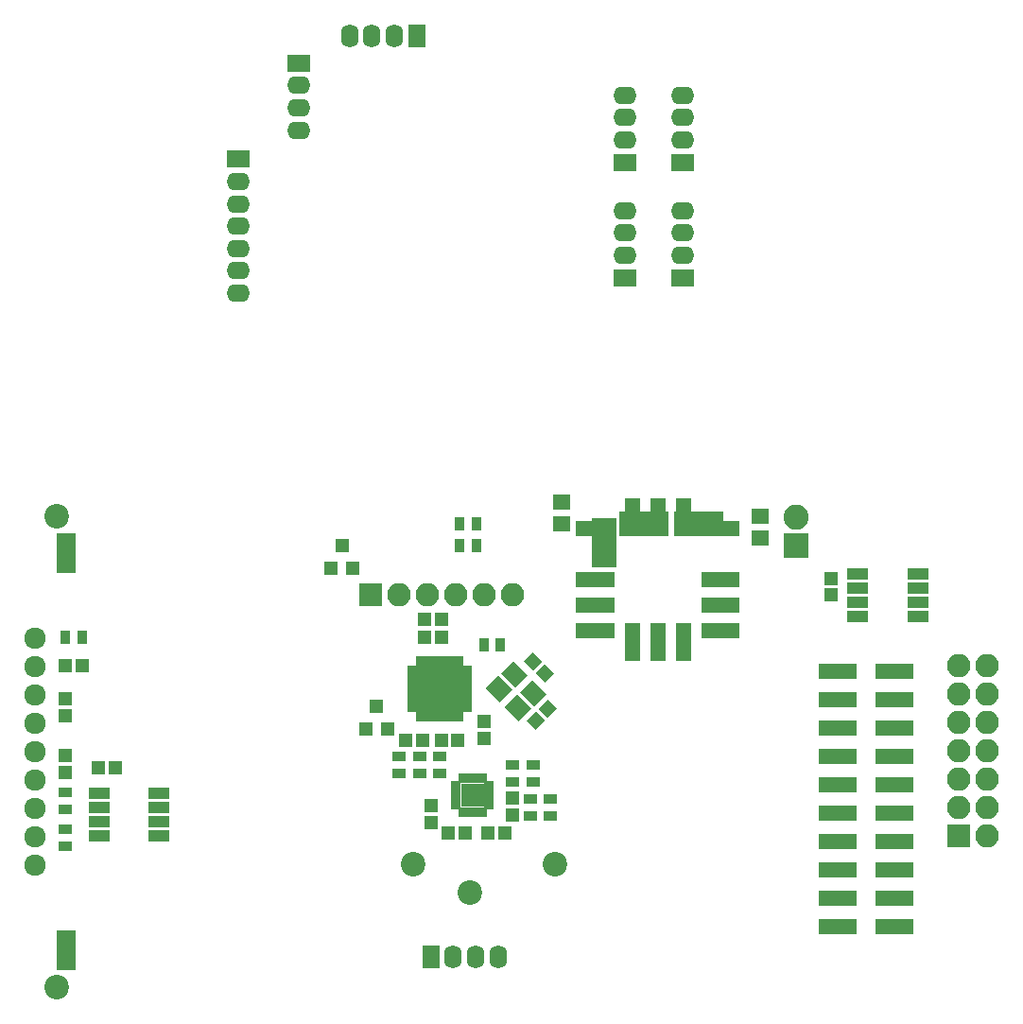
<source format=gbs>
G04 #@! TF.FileFunction,Soldermask,Top*
%FSLAX46Y46*%
G04 Gerber Fmt 4.6, Leading zero omitted, Abs format (unit mm)*
G04 Created by KiCad (PCBNEW 4.0.7) date *
%MOMM*%
%LPD*%
G01*
G04 APERTURE LIST*
%ADD10C,0.100000*%
%ADD11R,2.100000X1.600000*%
%ADD12O,2.100000X1.600000*%
%ADD13R,1.600000X2.100000*%
%ADD14O,1.600000X2.100000*%
%ADD15C,1.924000*%
%ADD16R,1.800000X3.600000*%
%ADD17C,2.200000*%
%ADD18R,1.100000X0.650000*%
%ADD19R,0.650000X1.100000*%
%ADD20R,2.125000X2.125000*%
%ADD21R,3.400000X1.400000*%
%ADD22R,1.200000X1.150000*%
%ADD23R,1.150000X1.200000*%
%ADD24R,1.650000X1.400000*%
%ADD25R,2.250000X2.250000*%
%ADD26C,2.250000*%
%ADD27R,2.100000X2.100000*%
%ADD28O,2.100000X2.100000*%
%ADD29R,1.200000X1.300000*%
%ADD30R,1.300000X0.900000*%
%ADD31R,0.900000X1.300000*%
%ADD32R,4.470000X2.170000*%
%ADD33R,2.170000X4.470000*%
%ADD34R,1.950000X1.000000*%
%ADD35R,0.900000X0.600000*%
%ADD36R,0.950000X0.600000*%
%ADD37R,0.600000X0.900000*%
%ADD38R,0.600000X0.950000*%
%ADD39R,1.275000X1.200000*%
G04 APERTURE END LIST*
D10*
D11*
X83540000Y-91000000D03*
D12*
X83540000Y-93000000D03*
X83540000Y-95000000D03*
X83540000Y-97000000D03*
D13*
X94081000Y-88551000D03*
D14*
X92081000Y-88551000D03*
X90081000Y-88551000D03*
X88081000Y-88551000D03*
D11*
X78079000Y-99601500D03*
D12*
X78079000Y-101601500D03*
X78079000Y-103601500D03*
X78079000Y-105601500D03*
X78079000Y-107601500D03*
X78079000Y-109601500D03*
X78079000Y-111601500D03*
D11*
X112750000Y-110204500D03*
D12*
X112750000Y-108204500D03*
X112750000Y-106204500D03*
X112750000Y-104204500D03*
D11*
X112750000Y-99885500D03*
D12*
X112750000Y-97885500D03*
X112750000Y-95885500D03*
X112750000Y-93885500D03*
D11*
X117893500Y-99885000D03*
D12*
X117893500Y-97885000D03*
X117893500Y-95885000D03*
X117893500Y-93885000D03*
D11*
X117893500Y-110204500D03*
D12*
X117893500Y-108204500D03*
X117893500Y-106204500D03*
X117893500Y-104204500D03*
D15*
X59920000Y-142500000D03*
X59920000Y-145040000D03*
X59920000Y-147580000D03*
X59920000Y-150120000D03*
X59920000Y-152660000D03*
X59920000Y-155200000D03*
X59920000Y-157740000D03*
X59920000Y-160280000D03*
X59920000Y-162820000D03*
D16*
X62670000Y-170460000D03*
X62670000Y-134860000D03*
D17*
X61860000Y-131560000D03*
X61860000Y-173760000D03*
D18*
X98540000Y-145285000D03*
X98540000Y-145785000D03*
X98540000Y-146285000D03*
X98540000Y-146785000D03*
X98540000Y-147285000D03*
X98540000Y-147785000D03*
X98540000Y-148285000D03*
X98540000Y-148785000D03*
D19*
X97890000Y-149435000D03*
X97390000Y-149435000D03*
X96890000Y-149435000D03*
X96390000Y-149435000D03*
X95890000Y-149435000D03*
X95390000Y-149435000D03*
X94890000Y-149435000D03*
X94390000Y-149435000D03*
D18*
X93740000Y-148785000D03*
X93740000Y-148285000D03*
X93740000Y-147785000D03*
X93740000Y-147285000D03*
X93740000Y-146785000D03*
X93740000Y-146285000D03*
X93740000Y-145785000D03*
X93740000Y-145285000D03*
D19*
X94390000Y-144635000D03*
X94890000Y-144635000D03*
X95390000Y-144635000D03*
X95890000Y-144635000D03*
X96390000Y-144635000D03*
X96890000Y-144635000D03*
X97390000Y-144635000D03*
X97890000Y-144635000D03*
D20*
X95277500Y-147897500D03*
X95277500Y-146172500D03*
X97002500Y-147897500D03*
X97002500Y-146172500D03*
D21*
X136830000Y-168290000D03*
X131790000Y-168290000D03*
X136830000Y-165750000D03*
X131790000Y-165750000D03*
X136830000Y-163210000D03*
X131790000Y-163210000D03*
X136830000Y-160670000D03*
X131790000Y-160670000D03*
X136830000Y-158130000D03*
X131790000Y-158130000D03*
X136830000Y-155590000D03*
X131790000Y-155590000D03*
X136830000Y-153050000D03*
X131790000Y-153050000D03*
X136830000Y-150510000D03*
X131790000Y-150510000D03*
X136830000Y-147970000D03*
X131790000Y-147970000D03*
X136830000Y-145430000D03*
X131790000Y-145430000D03*
D22*
X93105000Y-151657500D03*
X94605000Y-151657500D03*
X94780000Y-140799000D03*
X96280000Y-140799000D03*
D23*
X102630000Y-158325000D03*
X102630000Y-156825000D03*
D24*
X124855000Y-133560000D03*
X124855000Y-131560000D03*
D23*
X100090000Y-151455000D03*
X100090000Y-149955000D03*
D22*
X96280000Y-142450000D03*
X94780000Y-142450000D03*
D24*
X107075000Y-132290000D03*
X107075000Y-130290000D03*
D23*
X131205000Y-138640000D03*
X131205000Y-137140000D03*
D22*
X97780000Y-151657500D03*
X96280000Y-151657500D03*
D10*
G36*
X105365850Y-144582018D02*
X104552678Y-145395190D01*
X103704150Y-144546662D01*
X104517322Y-143733490D01*
X105365850Y-144582018D01*
X105365850Y-144582018D01*
G37*
G36*
X106426510Y-145642678D02*
X105613338Y-146455850D01*
X104764810Y-145607322D01*
X105577982Y-144794150D01*
X106426510Y-145642678D01*
X106426510Y-145642678D01*
G37*
G36*
X104762018Y-149029810D02*
X105575190Y-149842982D01*
X104726662Y-150691510D01*
X103913490Y-149878338D01*
X104762018Y-149029810D01*
X104762018Y-149029810D01*
G37*
G36*
X105822678Y-147969150D02*
X106635850Y-148782322D01*
X105787322Y-149630850D01*
X104974150Y-148817678D01*
X105822678Y-147969150D01*
X105822678Y-147969150D01*
G37*
D22*
X67070000Y-154110000D03*
X65570000Y-154110000D03*
D23*
X95391000Y-158999500D03*
X95391000Y-157499500D03*
D22*
X100495000Y-159976000D03*
X101995000Y-159976000D03*
X62625000Y-144990000D03*
X64125000Y-144990000D03*
X96915000Y-159976000D03*
X98415000Y-159976000D03*
D23*
X62625000Y-149435000D03*
X62625000Y-147935000D03*
X62625000Y-154515000D03*
X62625000Y-153015000D03*
D25*
X128030000Y-134195000D03*
D26*
X128030000Y-131695000D03*
D27*
X89930000Y-138640000D03*
D28*
X92470000Y-138640000D03*
X95010000Y-138640000D03*
X97550000Y-138640000D03*
X100090000Y-138640000D03*
X102630000Y-138640000D03*
D13*
X95360000Y-171025000D03*
D14*
X97360000Y-171025000D03*
X99360000Y-171025000D03*
X101360000Y-171025000D03*
D27*
X142635000Y-160230000D03*
D28*
X145175000Y-160230000D03*
X142635000Y-157690000D03*
X145175000Y-157690000D03*
X142635000Y-155150000D03*
X145175000Y-155150000D03*
X142635000Y-152610000D03*
X145175000Y-152610000D03*
X142635000Y-150070000D03*
X145175000Y-150070000D03*
X142635000Y-147530000D03*
X145175000Y-147530000D03*
X142635000Y-144990000D03*
X145175000Y-144990000D03*
D29*
X91451500Y-150609500D03*
X89551500Y-150609500D03*
X90501500Y-148609500D03*
X88340000Y-136195000D03*
X86440000Y-136195000D03*
X87390000Y-134195000D03*
D30*
X106059000Y-158428000D03*
X106059000Y-156928000D03*
X104281000Y-156888500D03*
X104281000Y-158388500D03*
D31*
X99455000Y-132290000D03*
X97955000Y-132290000D03*
X97955000Y-134195000D03*
X99455000Y-134195000D03*
D30*
X102630000Y-155380000D03*
X102630000Y-153880000D03*
X104535000Y-155380000D03*
X104535000Y-153880000D03*
D31*
X101590000Y-143085000D03*
X100090000Y-143085000D03*
D30*
X94375000Y-154566500D03*
X94375000Y-153066500D03*
X96153000Y-154578500D03*
X96153000Y-153078500D03*
X92533500Y-153078500D03*
X92533500Y-154578500D03*
X62625000Y-161095000D03*
X62625000Y-159595000D03*
X62625000Y-156305000D03*
X62625000Y-157805000D03*
D17*
X106440000Y-162770000D03*
X98820000Y-165310000D03*
X93740000Y-162770000D03*
D10*
G36*
X122975000Y-141135000D02*
X122975000Y-142495000D01*
X119575000Y-142495000D01*
X119575000Y-141135000D01*
X122975000Y-141135000D01*
X122975000Y-141135000D01*
G37*
G36*
X118645000Y-141135000D02*
X118645000Y-144535000D01*
X117285000Y-144535000D01*
X117285000Y-141135000D01*
X118645000Y-141135000D01*
X118645000Y-141135000D01*
G37*
G36*
X116355000Y-141135000D02*
X116355000Y-144535000D01*
X114995000Y-144535000D01*
X114995000Y-141135000D01*
X116355000Y-141135000D01*
X116355000Y-141135000D01*
G37*
G36*
X114065000Y-141135000D02*
X114065000Y-144535000D01*
X112705000Y-144535000D01*
X112705000Y-141135000D01*
X114065000Y-141135000D01*
X114065000Y-141135000D01*
G37*
G36*
X111775000Y-141135000D02*
X111775000Y-142495000D01*
X108375000Y-142495000D01*
X108375000Y-141135000D01*
X111775000Y-141135000D01*
X111775000Y-141135000D01*
G37*
G36*
X122975000Y-138845000D02*
X122975000Y-140205000D01*
X119575000Y-140205000D01*
X119575000Y-138845000D01*
X122975000Y-138845000D01*
X122975000Y-138845000D01*
G37*
G36*
X122975000Y-136555000D02*
X122975000Y-137915000D01*
X119575000Y-137915000D01*
X119575000Y-136555000D01*
X122975000Y-136555000D01*
X122975000Y-136555000D01*
G37*
G36*
X111775000Y-138845000D02*
X111775000Y-140205000D01*
X108375000Y-140205000D01*
X108375000Y-138845000D01*
X111775000Y-138845000D01*
X111775000Y-138845000D01*
G37*
G36*
X111775000Y-136555000D02*
X111775000Y-137915000D01*
X108375000Y-137915000D01*
X108375000Y-136555000D01*
X111775000Y-136555000D01*
X111775000Y-136555000D01*
G37*
G36*
X122975000Y-131975000D02*
X122975000Y-133335000D01*
X119575000Y-133335000D01*
X119575000Y-131975000D01*
X122975000Y-131975000D01*
X122975000Y-131975000D01*
G37*
G36*
X111775000Y-131975000D02*
X111775000Y-133335000D01*
X108375000Y-133335000D01*
X108375000Y-131975000D01*
X111775000Y-131975000D01*
X111775000Y-131975000D01*
G37*
G36*
X118645000Y-129935000D02*
X118645000Y-133335000D01*
X117285000Y-133335000D01*
X117285000Y-129935000D01*
X118645000Y-129935000D01*
X118645000Y-129935000D01*
G37*
G36*
X116355000Y-129935000D02*
X116355000Y-133335000D01*
X114995000Y-133335000D01*
X114995000Y-129935000D01*
X116355000Y-129935000D01*
X116355000Y-129935000D01*
G37*
G36*
X114065000Y-129935000D02*
X114065000Y-133335000D01*
X112705000Y-133335000D01*
X112705000Y-129935000D01*
X114065000Y-129935000D01*
X114065000Y-129935000D01*
G37*
D32*
X119365000Y-132290000D03*
X114465000Y-132290000D03*
D33*
X110885000Y-133935000D03*
D34*
X138985000Y-136735000D03*
X138985000Y-138005000D03*
X138985000Y-139275000D03*
X138985000Y-140545000D03*
X133585000Y-140545000D03*
X133585000Y-139275000D03*
X133585000Y-138005000D03*
X133585000Y-136735000D03*
X71040000Y-156420000D03*
X71040000Y-157690000D03*
X71040000Y-158960000D03*
X71040000Y-160230000D03*
X65640000Y-160230000D03*
X65640000Y-158960000D03*
X65640000Y-157690000D03*
X65640000Y-156420000D03*
D35*
X100590000Y-155571000D03*
D36*
X100590000Y-155971000D03*
X100590000Y-156371000D03*
X100590000Y-156771000D03*
X100590000Y-157171000D03*
D35*
X100590000Y-157571000D03*
D37*
X100090000Y-158071000D03*
D38*
X99690000Y-158071000D03*
X99290000Y-158071000D03*
X98890000Y-158071000D03*
X98490000Y-158071000D03*
D37*
X98090000Y-158071000D03*
D35*
X97590000Y-157571000D03*
D36*
X97590000Y-157171000D03*
X97590000Y-156771000D03*
X97590000Y-156371000D03*
X97590000Y-155971000D03*
D35*
X97590000Y-155571000D03*
D37*
X98090000Y-155071000D03*
D38*
X98490000Y-155071000D03*
X98890000Y-155071000D03*
X99290000Y-155071000D03*
X99690000Y-155071000D03*
D37*
X100090000Y-155071000D03*
D39*
X98655000Y-156971000D03*
X98655000Y-156171000D03*
X99525000Y-156971000D03*
X99525000Y-156171000D03*
D10*
G36*
X101635861Y-145624009D02*
X102767232Y-144492638D01*
X104040025Y-145765431D01*
X102908654Y-146896802D01*
X101635861Y-145624009D01*
X101635861Y-145624009D01*
G37*
G36*
X103332918Y-147321066D02*
X104464289Y-146189695D01*
X105737082Y-147462488D01*
X104605711Y-148593859D01*
X103332918Y-147321066D01*
X103332918Y-147321066D01*
G37*
G36*
X101989415Y-148664569D02*
X103120786Y-147533198D01*
X104393579Y-148805991D01*
X103262208Y-149937362D01*
X101989415Y-148664569D01*
X101989415Y-148664569D01*
G37*
G36*
X100292358Y-146967512D02*
X101423729Y-145836141D01*
X102696522Y-147108934D01*
X101565151Y-148240305D01*
X100292358Y-146967512D01*
X100292358Y-146967512D01*
G37*
D31*
X64125000Y-142450000D03*
X62625000Y-142450000D03*
M02*

</source>
